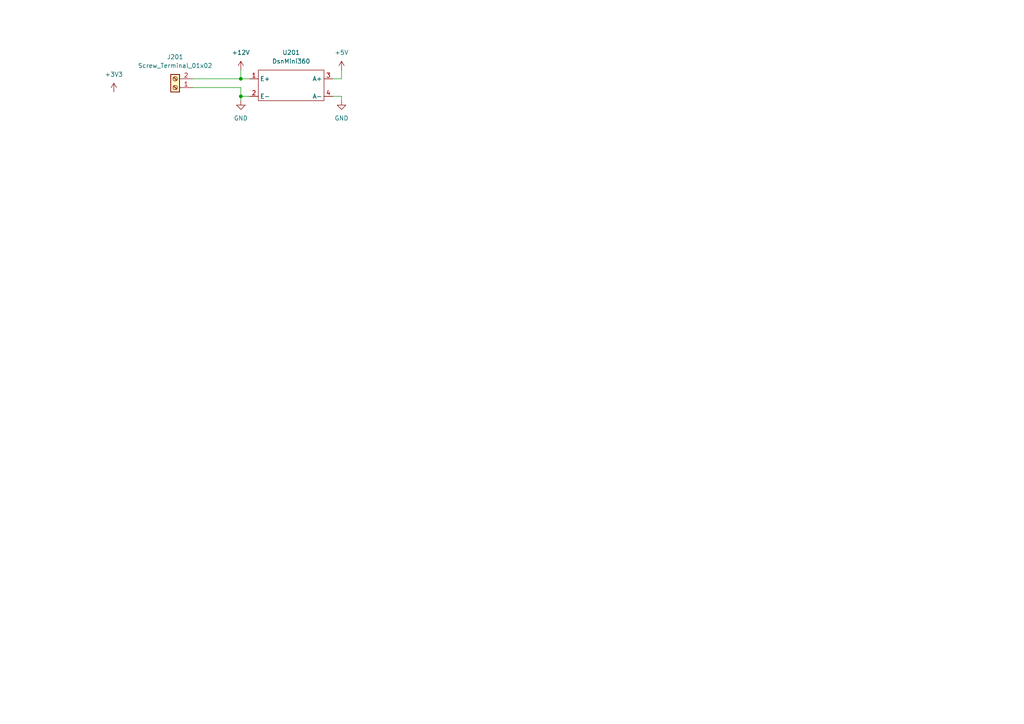
<source format=kicad_sch>
(kicad_sch (version 20211123) (generator eeschema)
  (paper "A4")
  (title_block (date "2022-03-14") (company "makerspace Bocholt"))
  (lib_symbols
    (symbol "Connector:Screw_Terminal_01x02" (pin_names (offset 1.016) hide)
      (property "Reference" "J" (at 0 2.54 0))
      (property "Value" "Screw_Terminal_01x02" (at 0 -5.08 0))
      (symbol "Screw_Terminal_01x02_1_1"
        (rectangle (start -1.27 1.27) (end 1.27 -3.81) (stroke (width 0.254)) (fill (type background)))
        (circle (center 0 -2.54) (radius 0.635) (stroke (width 0.1524)))
        (polyline (pts (xy -0.5334 -2.2098) (xy 0.3302 -3.048)) (stroke (width 0.1524)))
        (polyline (pts (xy -0.5334 0.3302) (xy 0.3302 -0.508)) (stroke (width 0.1524)))
        (polyline (pts (xy -0.3556 -2.032) (xy 0.508 -2.8702)) (stroke (width 0.1524)))
        (polyline (pts (xy -0.3556 0.508) (xy 0.508 -0.3302)) (stroke (width 0.1524)))
        (circle (center 0 0) (radius 0.635) (stroke (width 0.1524)))
        (pin passive line (at -5.08 0 0) (length 3.81) (name "Pin_1") (number "1"))
        (pin passive line (at -5.08 -2.54 0) (length 3.81) (name "Pin_2") (number "2"))
      )
    )
    (symbol "DcDc:DsnMini360"
      (property "Reference" "U" (at 0 0 0))
      (property "Value" "DsnMini360" (at 0 -2.54 0))
      (symbol "DsnMini360_0_1"
        (rectangle (start -8.89 2.54) (end 10.16 -6.35))
      )
      (symbol "DsnMini360_1_1"
        (pin power_in line (at -11.43 0 0) (length 2.54) (name "E+") (number "1"))
        (pin power_in line (at -11.43 -5.08 0) (length 2.54) (name "E-") (number "2"))
        (pin power_out line (at 12.7 0 180) (length 2.54) (name "A+") (number "3"))
        (pin power_out line (at 12.7 -5.08 180) (length 2.54) (name "A-") (number "4"))
      )
    )
    (symbol "power:+12V" (power) (pin_names (offset 0))
      (property "Value" "+12V" (at 0 3.556 0))
      (symbol "+12V_0_1"
        (polyline (pts (xy -0.762 1.27) (xy 0 2.54)))
        (polyline (pts (xy 0 0) (xy 0 2.54)))
        (polyline (pts (xy 0 2.54) (xy 0.762 1.27)))
      )
      (symbol "+12V_1_1"
        (pin power_in line (at 0 0 90) (length 0) hide (name "+12V") (number "1"))
      )
    )
    (symbol "power:+3.3V" (power) (pin_names (offset 0))
      (property "Value" "+3.3V" (at 0 3.556 0))
      (symbol "+3.3V_0_1"
        (polyline (pts (xy -0.762 1.27) (xy 0 2.54)))
        (polyline (pts (xy 0 0) (xy 0 2.54)))
        (polyline (pts (xy 0 2.54) (xy 0.762 1.27)))
      )
      (symbol "+3.3V_1_1"
        (pin power_in line (at 0 0 90) (length 0) hide (name "+3V3") (number "1"))
      )
    )
    (symbol "power:+5V" (power) (pin_names (offset 0))
      (property "Value" "+5V" (at 0 3.556 0))
      (symbol "+5V_0_1"
        (polyline (pts (xy -0.762 1.27) (xy 0 2.54)))
        (polyline (pts (xy 0 0) (xy 0 2.54)))
        (polyline (pts (xy 0 2.54) (xy 0.762 1.27)))
      )
      (symbol "+5V_1_1"
        (pin power_in line (at 0 0 90) (length 0) hide (name "+5V") (number "1"))
      )
    )
    (symbol "power:GND" (power) (pin_names (offset 0))
      (property "Value" "GND" (at 0 -3.81 0))
      (symbol "GND_0_1"
        (polyline (pts (xy 0 0) (xy 0 -1.27) (xy 1.27 -1.27) (xy 0 -2.54) (xy -1.27 -1.27) (xy 0 -1.27)))
      )
      (symbol "GND_1_1"
        (pin power_in line (at 0 0 270) (length 0) hide (name "GND") (number "1"))
      )
    )
  )
  (junction (at 69.85 22.86))
  (junction (at 69.85 27.94))
  (wire (pts (xy 99.06 22.86) (xy 99.06 20.32)))
  (wire (pts (xy 69.85 25.4) (xy 69.85 27.94)))
  (wire (pts (xy 69.85 27.94) (xy 69.85 29.21)))
  (wire (pts (xy 96.52 22.86) (xy 99.06 22.86)))
  (wire (pts (xy 55.88 25.4) (xy 69.85 25.4)))
  (wire (pts (xy 69.85 20.32) (xy 69.85 22.86)))
  (wire (pts (xy 99.06 27.94) (xy 99.06 29.21)))
  (wire (pts (xy 96.52 27.94) (xy 99.06 27.94)))
  (wire (pts (xy 72.39 27.94) (xy 69.85 27.94)))
  (wire (pts (xy 55.88 22.86) (xy 69.85 22.86)))
  (wire (pts (xy 69.85 22.86) (xy 72.39 22.86)))
  (symbol (lib_id "power:GND") (at 69.85 29.21 0) (unit 1)
    (property "Reference" "#PWR0204" (effects hide))
    (property "Value" "GND" (at 69.85 34.29 0))
  )
  (symbol (lib_id "Connector:Screw_Terminal_01x02") (at 50.8 25.4 180) (unit 1)
    (property "Reference" "J201" (at 50.8 16.51 0))
    (property "Value" "Screw_Terminal_01x02" (at 50.8 19.05 0))
    (property "Footprint" "TerminalBlock_Phoenix:TerminalBlock_Phoenix_MKDS-1,5-2-5.08_1x02_P5.08mm_Horizontal" (effects hide))
  )
  (symbol (lib_id "power:+12V") (at 69.85 20.32 0) (unit 1)
    (property "Reference" "#PWR0203" (effects hide))
    (property "Value" "+12V" (at 69.85 15.24 0))
  )
  (symbol (lib_id "power:+5V") (at 99.06 20.32 0) (unit 1)
    (property "Reference" "#PWR0202" (effects hide))
    (property "Value" "+5V" (at 99.06 15.24 0))
  )
  (symbol (lib_id "power:+3.3V") (at 33.02 26.67 0) (unit 1)
    (property "Reference" "#PWR0201" (effects hide))
    (property "Value" "+3.3V" (at 33.02 21.59 0))
  )
  (symbol (lib_id "DcDc:DsnMini360") (at 83.82 22.86 0) (unit 1)
    (property "Reference" "U201" (at 84.455 15.24 0))
    (property "Value" "DsnMini360" (at 84.455 17.78 0))
    (property "Footprint" "Modelle:DSNMini360" (effects hide))
  )
  (symbol (lib_id "power:GND") (at 99.06 29.21 0) (unit 1)
    (property "Reference" "#PWR0205" (effects hide))
    (property "Value" "GND" (at 99.06 34.29 0))
  )
)
</source>
